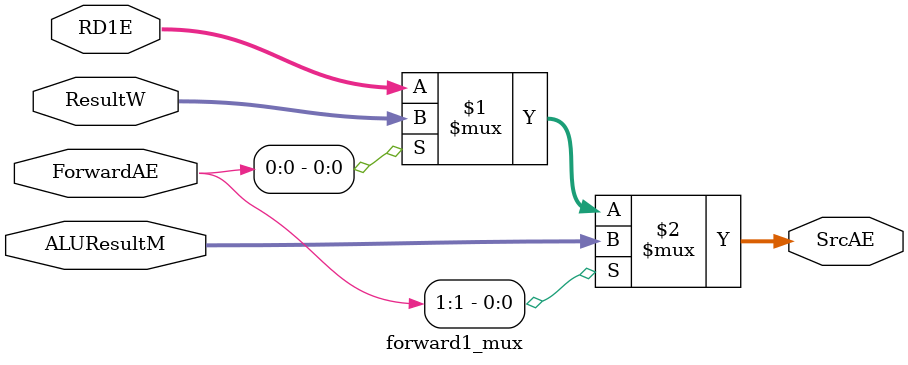
<source format=v>
`timescale 1ns / 1ps


module forward1_mux #
(    
     parameter WIDTH = 8
)(
     input  [WIDTH-1:0] RD1E, 
     input  [WIDTH-1:0] ResultW, 
     input  [WIDTH-1:0] ALUResultM,
     input  [1:0]       ForwardAE,
     output [WIDTH-1:0] SrcAE
);
     assign SrcAE = ForwardAE[1] ? ALUResultM : (ForwardAE[0] ? ResultW : RD1E);
endmodule

</source>
